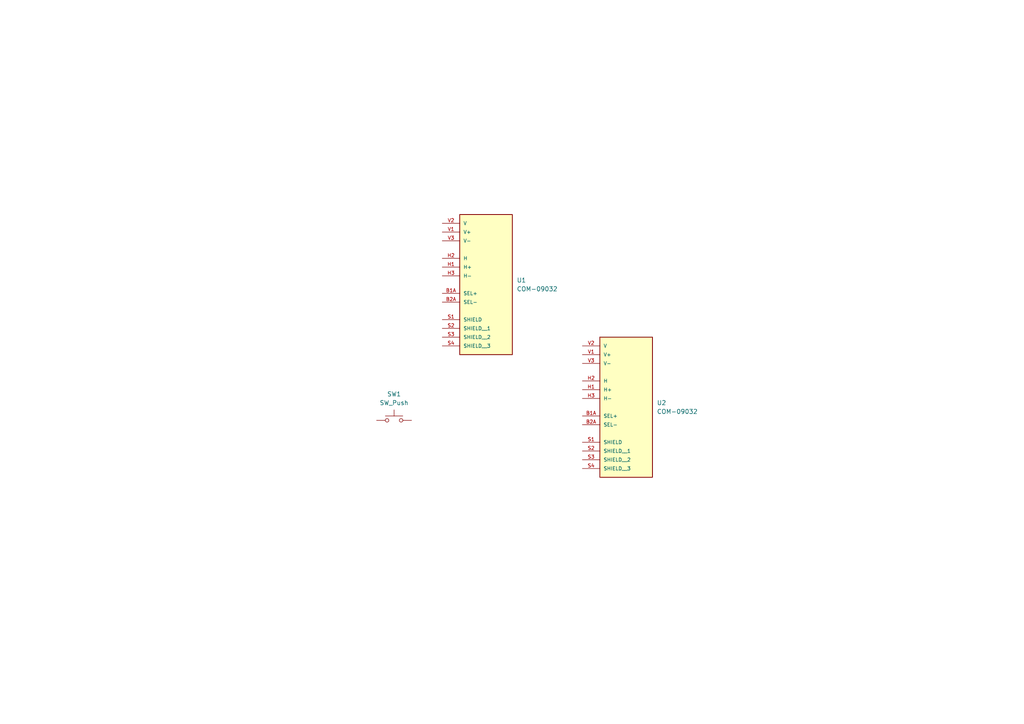
<source format=kicad_sch>
(kicad_sch (version 20231120) (generator "eeschema") (generator_version "8.0")
  (paper "A4")
  (lib_symbols
    (symbol "MyLibs:COM-09032" (pin_names (offset 1.016))
      (property "Reference" "U" (at -7.62 16.002 0))
      (property "Value" "COM-09032" (at -7.62 -27.94 0))
      (symbol "COM-09032_0_0"
        (rectangle (start -7.62 -25.4) (end 7.62 15.24) (stroke (width 0.254)) (fill (type background)))
        (pin passive line (at -12.7 -7.62 0) (length 5.08) (name "SEL+") (number "B1A"))
        (pin passive line (at -12.7 -10.16 0) (length 5.08) (name "SEL-") (number "B2A"))
        (pin passive line (at -12.7 0 0) (length 5.08) (name "H+") (number "H1"))
        (pin passive line (at -12.7 2.54 0) (length 5.08) (name "H") (number "H2"))
        (pin passive line (at -12.7 -2.54 0) (length 5.08) (name "H-") (number "H3"))
        (pin passive line (at -12.7 -15.24 0) (length 5.08) (name "SHIELD") (number "S1"))
        (pin passive line (at -12.7 -17.78 0) (length 5.08) (name "SHIELD__1") (number "S2"))
        (pin passive line (at -12.7 -20.32 0) (length 5.08) (name "SHIELD__2") (number "S3"))
        (pin passive line (at -12.7 -22.86 0) (length 5.08) (name "SHIELD__3") (number "S4"))
        (pin passive line (at -12.7 10.16 0) (length 5.08) (name "V+") (number "V1"))
        (pin passive line (at -12.7 12.7 0) (length 5.08) (name "V") (number "V2"))
        (pin passive line (at -12.7 7.62 0) (length 5.08) (name "V-") (number "V3"))
      )
    )
    (symbol "Switch:SW_Push" (pin_numbers hide) (pin_names (offset 1.016) hide)
      (property "Reference" "SW" (at 1.27 2.54 0))
      (property "Value" "SW_Push" (at 0 -1.524 0))
      (symbol "SW_Push_0_1"
        (circle (center -2.032 0) (radius 0.508))
        (polyline (pts (xy 0 1.27) (xy 0 3.048)))
        (polyline (pts (xy 2.54 1.27) (xy -2.54 1.27)))
        (circle (center 2.032 0) (radius 0.508))
        (pin passive line (at -5.08 0 0) (length 2.54) (name "1") (number "1"))
        (pin passive line (at 5.08 0 180) (length 2.54) (name "2") (number "2"))
      )
    )
  )
  (symbol (lib_id "MyLibs:COM-09032") (at 181.61 113.03 0) (unit 1)
    (property "Reference" "U2" (at 190.5 116.8399 0) (effects (justify left)))
    (property "Value" "COM-09032" (at 190.5 119.3799 0) (effects (justify left)))
    (property "Footprint" "MyLibs:XDCR_COM-09032" (effects (hide yes)))
    (property "PARTREV" "N/A" (effects (hide yes)))
    (property "STANDARD" "Manufacturer Recommendations" (effects (hide yes)))
    (property "MAXIMUM_PACKAGE_HEIGHT" "30.1mm" (effects (hide yes)))
    (property "MANUFACTURER" "SparkFun Electronics" (effects (hide yes)))
  )
  (symbol (lib_id "MyLibs:COM-09032") (at 140.97 77.47 0) (unit 1)
    (property "Reference" "U1" (at 149.86 81.2799 0) (effects (justify left)))
    (property "Value" "COM-09032" (at 149.86 83.8199 0) (effects (justify left)))
    (property "Footprint" "MyLibs:XDCR_COM-09032" (effects (hide yes)))
    (property "PARTREV" "N/A" (effects (hide yes)))
    (property "STANDARD" "Manufacturer Recommendations" (effects (hide yes)))
    (property "MAXIMUM_PACKAGE_HEIGHT" "30.1mm" (effects (hide yes)))
    (property "MANUFACTURER" "SparkFun Electronics" (effects (hide yes)))
  )
  (symbol (lib_id "Switch:SW_Push") (at 114.3 121.92 0) (unit 1)
    (property "Reference" "SW1" (at 114.3 114.3 0))
    (property "Value" "SW_Push" (at 114.3 116.84 0))
    (property "Description" "Push button switch, generic, two pins" (effects (hide yes)))
  )
)
</source>
